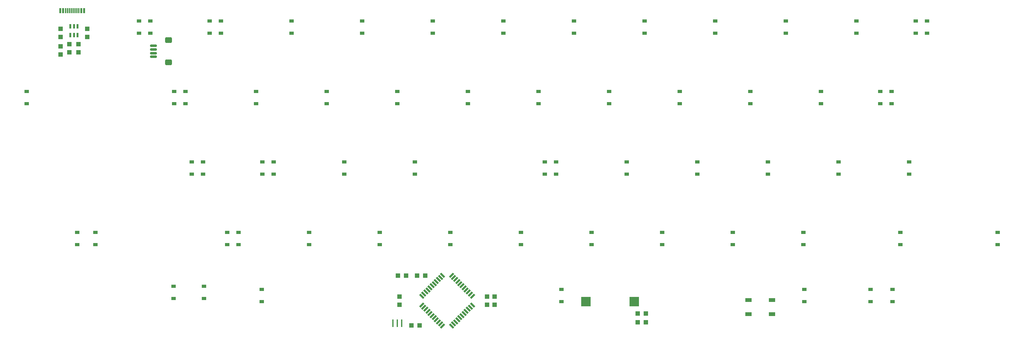
<source format=gbp>
G04 #@! TF.GenerationSoftware,KiCad,Pcbnew,(5.99.0-11336-g5116fa6d12)*
G04 #@! TF.CreationDate,2021-07-24T21:02:53+02:00*
G04 #@! TF.ProjectId,plain60-flex-mkd-iso,706c6169-6e36-4302-9d66-6c65782d6d6b,rev?*
G04 #@! TF.SameCoordinates,Original*
G04 #@! TF.FileFunction,Paste,Bot*
G04 #@! TF.FilePolarity,Positive*
%FSLAX46Y46*%
G04 Gerber Fmt 4.6, Leading zero omitted, Abs format (unit mm)*
G04 Created by KiCad (PCBNEW (5.99.0-11336-g5116fa6d12)) date 2021-07-24 21:02:53*
%MOMM*%
%LPD*%
G01*
G04 APERTURE LIST*
G04 Aperture macros list*
%AMRoundRect*
0 Rectangle with rounded corners*
0 $1 Rounding radius*
0 $2 $3 $4 $5 $6 $7 $8 $9 X,Y pos of 4 corners*
0 Add a 4 corners polygon primitive as box body*
4,1,4,$2,$3,$4,$5,$6,$7,$8,$9,$2,$3,0*
0 Add four circle primitives for the rounded corners*
1,1,$1+$1,$2,$3*
1,1,$1+$1,$4,$5*
1,1,$1+$1,$6,$7*
1,1,$1+$1,$8,$9*
0 Add four rect primitives between the rounded corners*
20,1,$1+$1,$2,$3,$4,$5,0*
20,1,$1+$1,$4,$5,$6,$7,0*
20,1,$1+$1,$6,$7,$8,$9,0*
20,1,$1+$1,$8,$9,$2,$3,0*%
%AMRotRect*
0 Rectangle, with rotation*
0 The origin of the aperture is its center*
0 $1 length*
0 $2 width*
0 $3 Rotation angle, in degrees counterclockwise*
0 Add horizontal line*
21,1,$1,$2,0,0,$3*%
G04 Aperture macros list end*
%ADD10R,1.200000X0.900000*%
%ADD11RotRect,1.500000X0.550000X135.000000*%
%ADD12RotRect,1.500000X0.550000X45.000000*%
%ADD13R,0.400000X2.000000*%
%ADD14R,1.700000X1.000000*%
%ADD15R,1.200000X1.300000*%
%ADD16R,1.300000X1.200000*%
%ADD17R,0.600000X1.450000*%
%ADD18R,0.300000X1.450000*%
%ADD19R,1.200000X1.250000*%
%ADD20R,1.250000X1.200000*%
%ADD21R,0.600000X1.200000*%
%ADD22RoundRect,0.150000X0.775000X-0.150000X0.775000X0.150000X-0.775000X0.150000X-0.775000X-0.150000X0*%
%ADD23RoundRect,0.332800X0.567200X-0.467200X0.567200X0.467200X-0.567200X0.467200X-0.567200X-0.467200X0*%
%ADD24R,2.500000X2.500000*%
G04 APERTURE END LIST*
D10*
X239932417Y-85725561D03*
X239932417Y-82425561D03*
X216098619Y-85725561D03*
X216098619Y-82425561D03*
X150614189Y-85725561D03*
X150614189Y-82425561D03*
X69679287Y-85725561D03*
X69679287Y-82425561D03*
X268225000Y-70325000D03*
X268225000Y-67025000D03*
X242031460Y-70325056D03*
X242031460Y-67025056D03*
X215837500Y-70325000D03*
X215837500Y-67025000D03*
X196787500Y-70325000D03*
X196787500Y-67025000D03*
X139637500Y-70325000D03*
X139637500Y-67025000D03*
X101537500Y-70325000D03*
X101537500Y-67025000D03*
X82487500Y-70325000D03*
X82487500Y-67025000D03*
X220600000Y-32225000D03*
X220600000Y-28925000D03*
X225362500Y-51275000D03*
X225362500Y-47975000D03*
X49150000Y-32225000D03*
X49150000Y-28925000D03*
X182500000Y-32225000D03*
X182500000Y-28925000D03*
X206312500Y-51275000D03*
X206312500Y-47975000D03*
X111062500Y-51275000D03*
X111062500Y-47975000D03*
X53912500Y-51275000D03*
X53912500Y-47975000D03*
X187262500Y-51275000D03*
X187262500Y-47975000D03*
X146112500Y-51275000D03*
X146112500Y-47975000D03*
X50862500Y-51275000D03*
X50862500Y-47975000D03*
X72962500Y-51275000D03*
X72962500Y-47975000D03*
X106300000Y-32225000D03*
X106300000Y-28925000D03*
X201550000Y-32225000D03*
X201550000Y-28925000D03*
X125350000Y-32225000D03*
X125350000Y-28925000D03*
X163450000Y-32225000D03*
X163450000Y-28925000D03*
X149162500Y-51275000D03*
X149162500Y-47975000D03*
X92012500Y-51275000D03*
X92012500Y-47975000D03*
X60387500Y-70325000D03*
X60387500Y-67025000D03*
X158687500Y-70325000D03*
X158687500Y-67025000D03*
X244412500Y-51275000D03*
X244412500Y-47975000D03*
X45904299Y-84900061D03*
X45904299Y-81600061D03*
X168212500Y-51275000D03*
X168212500Y-47975000D03*
X87250000Y-32225000D03*
X87250000Y-28925000D03*
X239650000Y-32225000D03*
X239650000Y-28925000D03*
X69912500Y-51275000D03*
X69912500Y-47975000D03*
X144400000Y-32225000D03*
X144400000Y-28925000D03*
X177737500Y-70325000D03*
X177737500Y-67025000D03*
X120587500Y-70325000D03*
X120587500Y-67025000D03*
X68200000Y-32225000D03*
X68200000Y-28925000D03*
D11*
X126576021Y-86684407D03*
X126010335Y-87250092D03*
X125444650Y-87815777D03*
X124878965Y-88381463D03*
X124313279Y-88947148D03*
X123747594Y-89512834D03*
X123181908Y-90078519D03*
X122616223Y-90644205D03*
X122050537Y-91209890D03*
X121484852Y-91775575D03*
X120919167Y-92341261D03*
D12*
X118515003Y-92341261D03*
X117949318Y-91775575D03*
X117383633Y-91209890D03*
X116817947Y-90644205D03*
X116252262Y-90078519D03*
X115686576Y-89512834D03*
X115120891Y-88947148D03*
X114555205Y-88381463D03*
X113989520Y-87815777D03*
X113423835Y-87250092D03*
X112858149Y-86684407D03*
D11*
X112858149Y-84280243D03*
X113423835Y-83714558D03*
X113989520Y-83148873D03*
X114555205Y-82583187D03*
X115120891Y-82017502D03*
X115686576Y-81451816D03*
X116252262Y-80886131D03*
X116817947Y-80320445D03*
X117383633Y-79754760D03*
X117949318Y-79189075D03*
X118515003Y-78623389D03*
D12*
X120919167Y-78623389D03*
X121484852Y-79189075D03*
X122050537Y-79754760D03*
X122616223Y-80320445D03*
X123181908Y-80886131D03*
X123747594Y-81451816D03*
X124313279Y-82017502D03*
X124878965Y-82583187D03*
X125444650Y-83148873D03*
X126010335Y-83714558D03*
X126576021Y-84280243D03*
D13*
X105079287Y-91600061D03*
X107479287Y-91600061D03*
X106279287Y-91600061D03*
D14*
X201079287Y-85300061D03*
X207379287Y-85300061D03*
X207379287Y-89100061D03*
X201079287Y-89100061D03*
D15*
X106479287Y-78700061D03*
X108679287Y-78700061D03*
D10*
X172975000Y-13175000D03*
X172975000Y-9875000D03*
X153925000Y-13175000D03*
X153925000Y-9875000D03*
X230125000Y-13175000D03*
X230125000Y-9875000D03*
X192025000Y-13175000D03*
X192025000Y-9875000D03*
X246125000Y-13175000D03*
X246125000Y-9875000D03*
X46100000Y-32225000D03*
X46100000Y-28925000D03*
X6287500Y-32225000D03*
X6287500Y-28925000D03*
X211075000Y-13175000D03*
X211075000Y-9875000D03*
X115825000Y-13175000D03*
X115825000Y-9875000D03*
X55625000Y-13175000D03*
X55625000Y-9875000D03*
X77725000Y-13175000D03*
X77725000Y-9875000D03*
X134875000Y-13175000D03*
X134875000Y-9875000D03*
X96775000Y-13175000D03*
X96775000Y-9875000D03*
X58675000Y-13175000D03*
X58675000Y-9875000D03*
X233979287Y-85725561D03*
X233979287Y-82425561D03*
D16*
X17859390Y-18364077D03*
X17859390Y-16164077D03*
D17*
X15343000Y-7075000D03*
X16118000Y-7075000D03*
D18*
X16818000Y-7075000D03*
X17318000Y-7075000D03*
X17818000Y-7075000D03*
X18318000Y-7075000D03*
X18818000Y-7075000D03*
X19318000Y-7075000D03*
X19818000Y-7075000D03*
X20318000Y-7075000D03*
D17*
X21018000Y-7075000D03*
X21793000Y-7075000D03*
D10*
X63437500Y-70325000D03*
X63437500Y-67025000D03*
D19*
X110129287Y-92150061D03*
X112329287Y-92150061D03*
D20*
X130529287Y-84400061D03*
X130529287Y-86600061D03*
D10*
X19906277Y-70324925D03*
X19906277Y-67024925D03*
X236600000Y-32225000D03*
X236600000Y-28925000D03*
D16*
X15478138Y-18959390D03*
X15478138Y-16759390D03*
D10*
X36575000Y-13175000D03*
X36575000Y-9875000D03*
D16*
X20240642Y-16164077D03*
X20240642Y-18364077D03*
D19*
X171189287Y-91371313D03*
X173389287Y-91371313D03*
D20*
X106929287Y-86550061D03*
X106929287Y-84350061D03*
D15*
X173389287Y-88990061D03*
X171189287Y-88990061D03*
D16*
X22621894Y-11996886D03*
X22621894Y-14196886D03*
D10*
X39625000Y-13175000D03*
X39625000Y-9875000D03*
X54128819Y-84900061D03*
X54128819Y-81600061D03*
D21*
X18100016Y-11351573D03*
X19050016Y-11351573D03*
X20000016Y-11351573D03*
X20000016Y-13651573D03*
X19050016Y-13651573D03*
X18100016Y-13651573D03*
D16*
X15478138Y-14196886D03*
X15478138Y-11996886D03*
D22*
X40531287Y-16566061D03*
X40531287Y-17566061D03*
X40531287Y-18566061D03*
X40531287Y-19566061D03*
D23*
X44556287Y-15066061D03*
X44556287Y-21066061D03*
D24*
X157211075Y-85725072D03*
X170211075Y-85725072D03*
D20*
X132529287Y-84400061D03*
X132529287Y-86600061D03*
D19*
X113829287Y-78700061D03*
X111629287Y-78700061D03*
D10*
X24887500Y-70325000D03*
X24887500Y-67025000D03*
X249174977Y-13175061D03*
X249174977Y-9875061D03*
M02*

</source>
